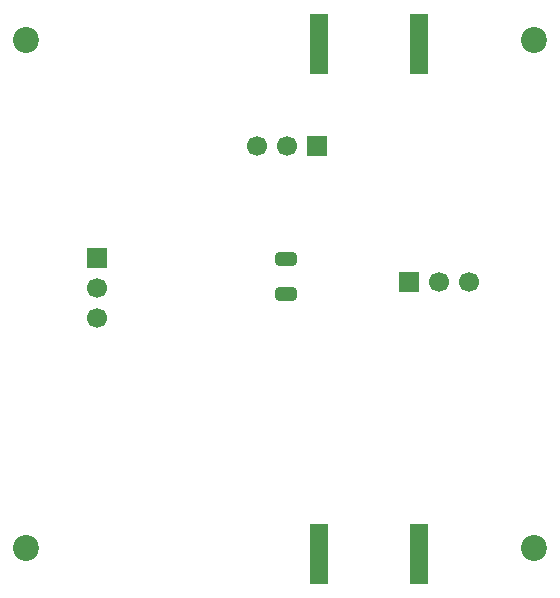
<source format=gbs>
%TF.GenerationSoftware,KiCad,Pcbnew,9.0.4-9.0.4-0~ubuntu24.04.1*%
%TF.CreationDate,2025-11-05T14:30:20-05:00*%
%TF.ProjectId,LFAmp-offset,4c46416d-702d-46f6-9666-7365742e6b69,rev?*%
%TF.SameCoordinates,Original*%
%TF.FileFunction,Soldermask,Bot*%
%TF.FilePolarity,Negative*%
%FSLAX46Y46*%
G04 Gerber Fmt 4.6, Leading zero omitted, Abs format (unit mm)*
G04 Created by KiCad (PCBNEW 9.0.4-9.0.4-0~ubuntu24.04.1) date 2025-11-05 14:30:20*
%MOMM*%
%LPD*%
G01*
G04 APERTURE LIST*
G04 Aperture macros list*
%AMRoundRect*
0 Rectangle with rounded corners*
0 $1 Rounding radius*
0 $2 $3 $4 $5 $6 $7 $8 $9 X,Y pos of 4 corners*
0 Add a 4 corners polygon primitive as box body*
4,1,4,$2,$3,$4,$5,$6,$7,$8,$9,$2,$3,0*
0 Add four circle primitives for the rounded corners*
1,1,$1+$1,$2,$3*
1,1,$1+$1,$4,$5*
1,1,$1+$1,$6,$7*
1,1,$1+$1,$8,$9*
0 Add four rect primitives between the rounded corners*
20,1,$1+$1,$2,$3,$4,$5,0*
20,1,$1+$1,$4,$5,$6,$7,0*
20,1,$1+$1,$6,$7,$8,$9,0*
20,1,$1+$1,$8,$9,$2,$3,0*%
G04 Aperture macros list end*
%ADD10C,2.200000*%
%ADD11RoundRect,0.250000X0.650000X-0.325000X0.650000X0.325000X-0.650000X0.325000X-0.650000X-0.325000X0*%
%ADD12R,1.500000X5.080000*%
%ADD13R,1.700000X1.700000*%
%ADD14C,1.700000*%
G04 APERTURE END LIST*
D10*
%TO.C,REF\u002A\u002A*%
X168000000Y-106000000D03*
%TD*%
%TO.C,REF\u002A\u002A*%
X211000000Y-106000000D03*
%TD*%
%TO.C,REF\u002A\u002A*%
X168000000Y-63000000D03*
%TD*%
%TO.C,REF\u002A\u002A*%
X211000000Y-63000000D03*
%TD*%
D11*
%TO.C,C8*%
X190000000Y-84500000D03*
X190000000Y-81550000D03*
%TD*%
D12*
%TO.C,J3*%
X201250000Y-106500000D03*
X192750000Y-106500000D03*
%TD*%
D13*
%TO.C,RV2*%
X192580000Y-72000000D03*
D14*
X190040000Y-72000000D03*
X187500000Y-72000000D03*
%TD*%
D13*
%TO.C,J1*%
X174000000Y-81420000D03*
D14*
X174000000Y-83960000D03*
X174000000Y-86500000D03*
%TD*%
D13*
%TO.C,RV1*%
X200420000Y-83500000D03*
D14*
X202960000Y-83500000D03*
X205500000Y-83500000D03*
%TD*%
D12*
%TO.C,J2*%
X192750000Y-63362500D03*
X201250000Y-63362500D03*
%TD*%
M02*

</source>
